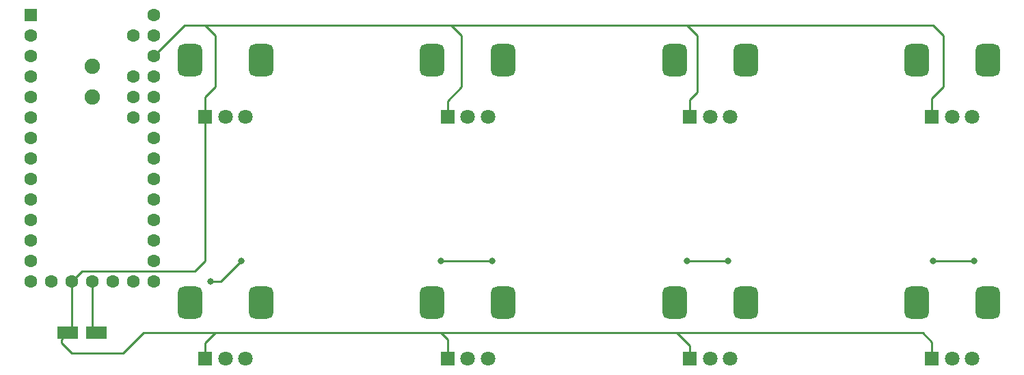
<source format=gbr>
%TF.GenerationSoftware,KiCad,Pcbnew,(6.0.10-0)*%
%TF.CreationDate,2023-01-22T14:07:56+10:30*%
%TF.ProjectId,16p,3136702e-6b69-4636-9164-5f7063625858,rev?*%
%TF.SameCoordinates,Original*%
%TF.FileFunction,Copper,L1,Top*%
%TF.FilePolarity,Positive*%
%FSLAX46Y46*%
G04 Gerber Fmt 4.6, Leading zero omitted, Abs format (unit mm)*
G04 Created by KiCad (PCBNEW (6.0.10-0)) date 2023-01-22 14:07:56*
%MOMM*%
%LPD*%
G01*
G04 APERTURE LIST*
G04 Aperture macros list*
%AMRoundRect*
0 Rectangle with rounded corners*
0 $1 Rounding radius*
0 $2 $3 $4 $5 $6 $7 $8 $9 X,Y pos of 4 corners*
0 Add a 4 corners polygon primitive as box body*
4,1,4,$2,$3,$4,$5,$6,$7,$8,$9,$2,$3,0*
0 Add four circle primitives for the rounded corners*
1,1,$1+$1,$2,$3*
1,1,$1+$1,$4,$5*
1,1,$1+$1,$6,$7*
1,1,$1+$1,$8,$9*
0 Add four rect primitives between the rounded corners*
20,1,$1+$1,$2,$3,$4,$5,0*
20,1,$1+$1,$4,$5,$6,$7,0*
20,1,$1+$1,$6,$7,$8,$9,0*
20,1,$1+$1,$8,$9,$2,$3,0*%
G04 Aperture macros list end*
%TA.AperFunction,ComponentPad*%
%ADD10R,1.800000X1.800000*%
%TD*%
%TA.AperFunction,ComponentPad*%
%ADD11C,1.800000*%
%TD*%
%TA.AperFunction,ComponentPad*%
%ADD12RoundRect,0.750000X0.750000X-1.250000X0.750000X1.250000X-0.750000X1.250000X-0.750000X-1.250000X0*%
%TD*%
%TA.AperFunction,ComponentPad*%
%ADD13R,1.600000X1.600000*%
%TD*%
%TA.AperFunction,ComponentPad*%
%ADD14C,1.600000*%
%TD*%
%TA.AperFunction,ComponentPad*%
%ADD15C,1.900000*%
%TD*%
%TA.AperFunction,SMDPad,CuDef*%
%ADD16R,2.500000X1.600000*%
%TD*%
%TA.AperFunction,ViaPad*%
%ADD17C,0.800000*%
%TD*%
%TA.AperFunction,Conductor*%
%ADD18C,0.250000*%
%TD*%
G04 APERTURE END LIST*
D10*
%TO.P,RV13,1,1*%
%TO.N,+3V3*%
X121774178Y-13851846D03*
D11*
%TO.P,RV13,2,2*%
%TO.N,/POT5*%
X124274178Y-13851846D03*
%TO.P,RV13,3,3*%
%TO.N,GND*%
X126774178Y-13851846D03*
D12*
%TO.P,RV13,MP*%
X119874178Y-6851846D03*
X128674178Y-6851846D03*
%TD*%
D10*
%TO.P,RV14,1,1*%
%TO.N,+3V3*%
X121774178Y-43851846D03*
D11*
%TO.P,RV14,2,2*%
%TO.N,/POT4*%
X124274178Y-43851846D03*
%TO.P,RV14,3,3*%
%TO.N,GND*%
X126774178Y-43851846D03*
D12*
%TO.P,RV14,MP*%
X119874178Y-36851846D03*
X128674178Y-36851846D03*
%TD*%
D10*
%TO.P,RV9,1,1*%
%TO.N,+3V3*%
X91774178Y-13851846D03*
D11*
%TO.P,RV9,2,2*%
%TO.N,/POT6*%
X94274178Y-13851846D03*
%TO.P,RV9,3,3*%
%TO.N,GND*%
X96774178Y-13851846D03*
D12*
%TO.P,RV9,MP*%
X98674178Y-6851846D03*
X89874178Y-6851846D03*
%TD*%
D10*
%TO.P,RV2,1,1*%
%TO.N,+3V3*%
X31774178Y-43851846D03*
D11*
%TO.P,RV2,2,2*%
%TO.N,/POT1*%
X34274178Y-43851846D03*
%TO.P,RV2,3,3*%
%TO.N,GND*%
X36774178Y-43851846D03*
D12*
%TO.P,RV2,MP*%
X29874178Y-36851846D03*
X38674178Y-36851846D03*
%TD*%
D10*
%TO.P,RV6,1,1*%
%TO.N,+3V3*%
X61774178Y-43851846D03*
D11*
%TO.P,RV6,2,2*%
%TO.N,/POT2*%
X64274178Y-43851846D03*
%TO.P,RV6,3,3*%
%TO.N,GND*%
X66774178Y-43851846D03*
D12*
%TO.P,RV6,MP*%
X59874178Y-36851846D03*
X68674178Y-36851846D03*
%TD*%
D10*
%TO.P,RV5,1,1*%
%TO.N,+3V3*%
X61774178Y-13851846D03*
D11*
%TO.P,RV5,2,2*%
%TO.N,/POT7*%
X64274178Y-13851846D03*
%TO.P,RV5,3,3*%
%TO.N,GND*%
X66774178Y-13851846D03*
D12*
%TO.P,RV5,MP*%
X59874178Y-6851846D03*
X68674178Y-6851846D03*
%TD*%
D13*
%TO.P,U3,1,GND*%
%TO.N,GND*%
X10160000Y-1270000D03*
D14*
%TO.P,U3,2,0_RX1_MOSI1_Touch*%
%TO.N,unconnected-(U3-Pad2)*%
X10160000Y-3810000D03*
%TO.P,U3,3,1_TX1_MISO1_Touch*%
%TO.N,unconnected-(U3-Pad3)*%
X10160000Y-6350000D03*
%TO.P,U3,4,2*%
%TO.N,unconnected-(U3-Pad4)*%
X10160000Y-8890000D03*
%TO.P,U3,5,3_RX1_PWM_Touch*%
%TO.N,unconnected-(U3-Pad5)*%
X10160000Y-11430000D03*
%TO.P,U3,6,4_TX1_PWM_Touch*%
%TO.N,unconnected-(U3-Pad6)*%
X10160000Y-13970000D03*
%TO.P,U3,7,5_TX1_MISO1*%
%TO.N,unconnected-(U3-Pad7)*%
X10160000Y-16510000D03*
%TO.P,U3,8,6_RX3_CS1_PWM*%
%TO.N,unconnected-(U3-Pad8)*%
X10160000Y-19050000D03*
%TO.P,U3,9,7_RX3_MOSI0*%
%TO.N,unconnected-(U3-Pad9)*%
X10160000Y-21590000D03*
%TO.P,U3,10,8_TX3_MISO0*%
%TO.N,unconnected-(U3-Pad10)*%
X10160000Y-24130000D03*
%TO.P,U3,11,9_RX2_PWM*%
%TO.N,unconnected-(U3-Pad11)*%
X10160000Y-26670000D03*
%TO.P,U3,12,10_TX2_CS0_PWM*%
%TO.N,unconnected-(U3-Pad12)*%
X10160000Y-29210000D03*
%TO.P,U3,13,11_MOSI0*%
%TO.N,unconnected-(U3-Pad13)*%
X10160000Y-31750000D03*
%TO.P,U3,14,12_MISO0*%
%TO.N,unconnected-(U3-Pad14)*%
X10160000Y-34290000D03*
%TO.P,U3,15,17_Vin*%
%TO.N,unconnected-(U3-Pad15)*%
X12700000Y-34290000D03*
%TO.P,U3,16,3.3V*%
%TO.N,+3V3*%
X15240000Y-34290000D03*
%TO.P,U3,17,GND*%
%TO.N,GND*%
X17780000Y-34290000D03*
%TO.P,U3,18,Program*%
%TO.N,unconnected-(U3-Pad18)*%
X20320000Y-34290000D03*
%TO.P,U3,19,26_A12/DAC*%
%TO.N,unconnected-(U3-Pad19)*%
X22860000Y-34290000D03*
%TO.P,U3,20,13_LED_SCK0*%
%TO.N,unconnected-(U3-Pad20)*%
X25400000Y-34290000D03*
%TO.P,U3,21,14_A0_SCK0*%
%TO.N,/POT1*%
X25400000Y-31750000D03*
%TO.P,U3,22,15_A1_Touch*%
%TO.N,/POT2*%
X25400000Y-29210000D03*
%TO.P,U3,23,16_A2_SCL0_PWM_Touch*%
%TO.N,/POT3*%
X25400000Y-26670000D03*
%TO.P,U3,24,17_A3_SDA0_PWM_Touch*%
%TO.N,/POT4*%
X25400000Y-24130000D03*
%TO.P,U3,25,18_A4_SDA0_Touch*%
%TO.N,/POT5*%
X25400000Y-21590000D03*
%TO.P,U3,26,19_A5_SCL0_Touch*%
%TO.N,/POT6*%
X25400000Y-19050000D03*
%TO.P,U3,27,20_A6_SCK1_PWM_TX3*%
%TO.N,/POT7*%
X25400000Y-16510000D03*
%TO.P,U3,28,21_A7_MOSI1_RX1*%
%TO.N,/POT8*%
X25400000Y-13970000D03*
%TO.P,U3,29,22_A8_SCL1_PWM_Touch*%
%TO.N,unconnected-(U3-Pad29)*%
X25400000Y-11430000D03*
%TO.P,U3,30,23_A9_SDA1_PWM_Touch*%
%TO.N,unconnected-(U3-Pad30)*%
X25400000Y-8890000D03*
%TO.P,U3,31,3.3V*%
%TO.N,+3V3*%
X25400000Y-6350000D03*
%TO.P,U3,32,GND*%
%TO.N,GND*%
X25400000Y-3810000D03*
%TO.P,U3,33,Vin*%
%TO.N,unconnected-(U3-Pad33)*%
X25400000Y-1270000D03*
%TO.P,U3,34,VUSB*%
%TO.N,unconnected-(U3-Pad34)*%
X22860000Y-3810000D03*
%TO.P,U3,35,AREF*%
%TO.N,unconnected-(U3-Pad35)*%
X22860000Y-8890000D03*
%TO.P,U3,36,24_A10*%
%TO.N,unconnected-(U3-Pad36)*%
X22860000Y-11430000D03*
%TO.P,U3,37,25_A11*%
%TO.N,unconnected-(U3-Pad37)*%
X22860000Y-13970000D03*
D15*
%TO.P,U3,38*%
%TO.N,N/C*%
X17780000Y-11430000D03*
X17780000Y-7620000D03*
%TD*%
D16*
%TO.P,C1,1*%
%TO.N,+3V3*%
X14760000Y-40640000D03*
%TO.P,C1,2*%
%TO.N,GND*%
X18260000Y-40640000D03*
%TD*%
D10*
%TO.P,RV1,1,1*%
%TO.N,+3V3*%
X31774178Y-13851846D03*
D11*
%TO.P,RV1,2,2*%
%TO.N,/POT8*%
X34274178Y-13851846D03*
%TO.P,RV1,3,3*%
%TO.N,GND*%
X36774178Y-13851846D03*
D12*
%TO.P,RV1,MP*%
X29874178Y-6851846D03*
X38674178Y-6851846D03*
%TD*%
D10*
%TO.P,RV10,1,1*%
%TO.N,+3V3*%
X91774178Y-43851846D03*
D11*
%TO.P,RV10,2,2*%
%TO.N,/POT3*%
X94274178Y-43851846D03*
%TO.P,RV10,3,3*%
%TO.N,GND*%
X96774178Y-43851846D03*
D12*
%TO.P,RV10,MP*%
X89874178Y-36851846D03*
X98674178Y-36851846D03*
%TD*%
D17*
%TO.N,GND*%
X36184271Y-31750000D03*
X67310000Y-31750000D03*
X127000000Y-31750000D03*
X96520000Y-31750000D03*
X121920000Y-31750000D03*
X91440000Y-31750000D03*
X60960000Y-31750000D03*
X32374271Y-34290000D03*
%TD*%
D18*
%TO.N,GND*%
X60960000Y-31750000D02*
X67310000Y-31750000D01*
X32374271Y-34290000D02*
X33644271Y-34290000D01*
X17780000Y-34290000D02*
X17780000Y-40160000D01*
X17780000Y-40160000D02*
X18260000Y-40640000D01*
X33644271Y-34290000D02*
X36184271Y-31750000D01*
X121920000Y-31750000D02*
X127000000Y-31750000D01*
X91440000Y-31750000D02*
X96520000Y-31750000D01*
%TO.N,+3V3*%
X31774178Y-31715093D02*
X31774178Y-13851846D01*
X33020000Y-40640000D02*
X31750000Y-41910000D01*
X13959271Y-41440729D02*
X14760000Y-40640000D01*
X61774178Y-41454178D02*
X60960000Y-40640000D01*
X31750000Y-2540000D02*
X33020000Y-3810000D01*
X92710000Y-3810000D02*
X91440000Y-2540000D01*
X33020000Y-40640000D02*
X24119271Y-40640000D01*
X91774178Y-43851846D02*
X91774178Y-42244178D01*
X31774178Y-41934178D02*
X31774178Y-43851846D01*
X121920000Y-2540000D02*
X123190000Y-3810000D01*
X29210000Y-2540000D02*
X31750000Y-2540000D01*
X120650000Y-40640000D02*
X60960000Y-40640000D01*
X30493449Y-32995822D02*
X31774178Y-31715093D01*
X13959271Y-41910000D02*
X13959271Y-41440729D01*
X24119271Y-40640000D02*
X21579271Y-43180000D01*
X31774178Y-11454178D02*
X31774178Y-13851846D01*
X92710000Y-10828356D02*
X92710000Y-3810000D01*
X62230000Y-2540000D02*
X91440000Y-2540000D01*
X121774178Y-43851846D02*
X121774178Y-41764178D01*
X61774178Y-11885822D02*
X61774178Y-13851846D01*
X63500000Y-3810000D02*
X63500000Y-10160000D01*
X21579271Y-43180000D02*
X15229271Y-43180000D01*
X25400000Y-6350000D02*
X29210000Y-2540000D01*
X33020000Y-3810000D02*
X33020000Y-10160000D01*
X31750000Y-11430000D02*
X31774178Y-11454178D01*
X16534178Y-32995822D02*
X15240000Y-34290000D01*
X91774178Y-13851846D02*
X91774178Y-11764178D01*
X31750000Y-41910000D02*
X31774178Y-41934178D01*
X121774178Y-41764178D02*
X120650000Y-40640000D01*
X123190000Y-3810000D02*
X123190000Y-10160000D01*
X91440000Y-2540000D02*
X121920000Y-2540000D01*
X121774178Y-11575822D02*
X121774178Y-13851846D01*
X15240000Y-40160000D02*
X14760000Y-40640000D01*
X123190000Y-10160000D02*
X121774178Y-11575822D01*
X91774178Y-42244178D02*
X90170000Y-40640000D01*
X33020000Y-10160000D02*
X31750000Y-11430000D01*
X60960000Y-40640000D02*
X33020000Y-40640000D01*
X61774178Y-43851846D02*
X61774178Y-41454178D01*
X15240000Y-34290000D02*
X15240000Y-40160000D01*
X15229271Y-43180000D02*
X13959271Y-41910000D01*
X63500000Y-10160000D02*
X61774178Y-11885822D01*
X62230000Y-2540000D02*
X63500000Y-3810000D01*
X30493449Y-32995822D02*
X16534178Y-32995822D01*
X91774178Y-11764178D02*
X92710000Y-10828356D01*
X31750000Y-2540000D02*
X62230000Y-2540000D01*
%TD*%
M02*

</source>
